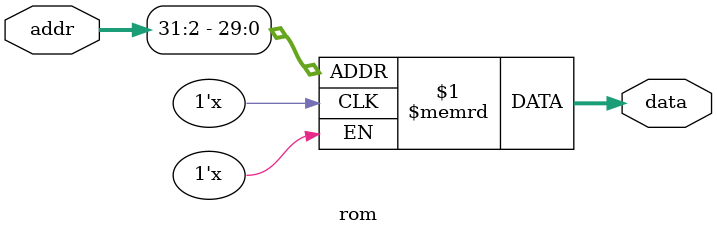
<source format=sv>
`timescale 1ns / 1ps

module rom (
    input  logic [31:0] addr,
    output logic [31:0] data
);
    logic [31:0] rom[0:32];
    initial begin
        // R,S,L,I타입 롬시나리오
        // //          _funcn7 _rs2  _rs1  _f3 _rd   _opcode;       R_Type
        // rom[0] = 32'b0000000_00001_00010_000_00100_0110011;  //   add x4, x2, x1
        // rom[1] = 32'b0100000_00001_00010_000_00101_0110011;  //   sub x4, x2, x1
        // //          _imm7   _rs2  _rs1  _f3 _imm5   _opcode;     S_Type
        // rom[2] = 32'b0000000_00010_00000_010_01000_0100011; //   sw  x2, 8(ram0);
        // //          _imm7   _imm5 _rs1  _f3 _rd   _opcode;       L_Type
        // rom[3] = 32'b0000000_01000_00000_010_00110_0000011; //   lw  x2, 8(ram0);
        // //          _imm    _shamt_rs1  _f3 _rd   _opcode;       I_Type
        // rom[4] = 32'b1111111_01000_00010_000_00111_0010011; //   
        // rom[5] = 32'b0000000_00001_10110_001_01000_0010011; //   SLLI rs1 << shamt;
        // rom[6] = 32'b0000000_00001_10110_101_01000_0010011; //   SRLI rs1 >> shamt;
        // rom[7] = 32'b0100000_00001_00101_101_01001_0010011; //   SRAI rs1 >>> shamt;
        // rom[8] = 32'b0100000_00001_00111_101_01001_0010011; //   SRAI rs1 >>> shamt;

        // // B타입 롬시나리오: 조건식 검증 alu 출력을 확인   
        // //          _imm7   _rs2  _rs1  _f3 _imm5 _opcode;       B_Type
        // rom[0] = 32'b0000000_00001_00001_000_00010_1100011; //   BEQ rs1 == shamt; 1
        // rom[1] = 32'b0000000_00010_00001_000_00010_1100011; //   BEQ rs1 == shamt; 0

        // rom[2] = 32'b0000000_00001_00001_001_00010_1100011; //   BNE rs1 != shamt; 0
        // rom[3] = 32'b0000000_00010_00001_001_00010_1100011; //   BNE rs1 != shamt; 1

        // rom[4] = 32'b0000000_00001_00001_100_00010_1100011; //   BLT rs1 < shamt; 0
        // rom[5] = 32'b0000000_00010_00001_100_00010_1100011; //   BLT rs1 < shamt; 1
        // rom[6] = 32'b0000000_00001_00010_100_00010_1100011; //   BLT rs1 < shamt; 0

        // rom[7] = 32'b0000000_00001_00001_101_00010_1100011; //   BGE rs1 >= shamt; 1
        // rom[8] = 32'b0000000_00010_00001_101_00010_1100011; //   BGE rs1 >= shamt; 0
        // rom[9] = 32'b0000000_00001_00010_101_00010_1100011; //   BGE rs1 >= shamt; 1

        // rom[10] = 32'b0000000_00001_00001_110_00010_1100011; //  BLTU rs1 < shamt; (U)
        // rom[11] = 32'b0000000_00010_00001_110_00010_1100011; //  BLTU rs1 < shamt; (U)
        // rom[12] = 32'b0000000_00001_00010_110_00010_1100011; //  BLTU rs1 < shamt; (U)

        // rom[13] = 32'b0000000_00001_00001_111_00010_1100011; //  BGEU rs1 >= shamt; (U)
        // rom[14] = 32'b0000000_00010_00001_111_00010_1100011; //  BGEU rs1 >= shamt; (U)
        // rom[15] = 32'b0000000_00001_00010_111_00010_1100011; //  BGEU rs1 >= shamt; (U)

        // //B타입 롬시나리오: imm동작 검증1 romAddr 변화를 확인. 
        // //          _imm7   _rs2  _rs1  _f3 _imm5 _opcode;          B_Type
        // rom[0] = 32'b0000000_00001_00001_000_01000_1100011; //      BEQ rs1 == shamt; 1
        // rom[1] = 32'b0000000_00001_00001_000_00100_1100011; //      BEQ rs1 == shamt; 1 무시되는 롬 데이터
        // rom[2] = 32'b0000000_00010_00001_000_00100_1100011; //      BEQ rs1 == shamt; 0
        // rom[3] = 32'b0000000_00010_00001_000_00100_1100011; //      BEQ rs1 == shamt; 0 롬데이터 4비트(단위길이1)이동
        // rom[4] = 32'b0000000_00001_00001_000_00100_1100011; //      BEQ rs1 == shamt; 1 그냥 TRUE을 위해 넣은 라인

        // // // B타입 롬시나리오
        // //rom[x]=32'b fucn7 _ rs2 _ rs1 _f3 _ rd  _opcode; // R-Type
        // rom[0] = 32'b0000000_00001_00010_000_00100_0110011; // add x4, x2, x1
        // rom[1] = 32'b0100000_00001_00010_000_00101_0110011; // sub x5, x2, x1
        // //rom[x]=32'b imm7  _ rs2 _ rs1 _f3 _ imm5_ opcode; // B-Type
        // rom[2] = 32'b0000000_00010_00010_000_01100_1100011; // beq x2, x2, 12 //2는 PC의 주소
        // //rom[x]=32'b imm7  _ rs2 _ rs1 _f3 _ imm5_ opcode; // S-Type
        // rom[3] = 32'b0000000_00010_00000_010_01000_0100011; // sw x2, 8(x0); pass
        // //rom[x]=32'b imm12      _ rs1 _f3 _ rd  _ opcode; // L-Type
        // rom[4] = 32'b000000001000_00000_010_00011_0000011; // lw x3, 8(x0); pass
        // //rom[x]=32'b imm12      _ rs1 _f3 _ rd  _ opcode; // I-Type
        // rom[5] = 32'b000000000001_00000_000_00001_0010011; // addi x1, x0, 1;
        // rom[6] = 32'b000000000010_00001_001_00110_0010011; // slli x6, x1, 2;

        // // // B타입 롬시나리오
        // //           imm20               _rd   _opcode; // R-Type
        // rom[0] = 32'b00000000000000000001_00001_0110111;  // 0
        // rom[1] = 32'b00000000000000000001_00010_0010111;  // 4

        // // // R타입 롬시나리오
        // //          _funcn7 _rs2  _rs1  _f3 _rd   _opcode;       R_Type
        // rom[0]  = 32'b0100000_00001_00010_000_00001_0110011;  //   save 1
        // rom[1]  = 32'b0000000_00001_00010_000_00010_0110011;  //   ADD  x31, x2, x1
        // rom[2]  = 32'b0100000_00001_00001_000_00010_0110011;  //   SUB  x30, x2, x1
        // rom[3]  = 32'b0000000_00001_00001_001_00010_0110011;  //   SLL  x29, x2, x1
        // rom[4]  = 32'b0000000_00001_00001_101_00010_0110011;  //   SRL  x28, x2, x1
        // rom[5]  = 32'b0100000_00001_00001_101_00010_0110011;  //   SRA  x27, x2, x1
        // rom[6]  = 32'b0000000_00001_00010_010_00010_0110011;  //   SLT  x26, x2, x1
        // rom[7]  = 32'b0000000_00001_00010_011_00010_0110011;  //   SLTU x25, x2, x1
        // rom[8]  = 32'b0000000_00001_00000_100_00010_0110011;  //   XOR  x24, x2, x1
        // rom[9]  = 32'b0000000_00001_00010_110_00010_0110011;  //   OR   x23, x2, x1
        // rom[10] = 32'b0000000_00001_00010_111_00010_0110011;  //   AND  x22, x2, x1

        // // // J타입 롬시나리오
        // //          _imm      842           _rd   _opcode;       J_Type
        // rom[0] = 32'b0_0000000100_0_00000000_00011_1101111;  //   
        // // //       _funcn7 _rs2  _rs1  _f3 _rd   _opcode;       R_Type
        // rom[1] = 32'b0000000_00001_00010_000_00010_0110011;  //     처음엔 무시 이후에 동작
        // //          _imm         _rs1  _000 _rd   _opcode;       JL_Type
        // rom[2] = 32'b000000000100_00000_000_00100_1100111; //       rom2로 이동
        // // //       _funcn7 _rs2  _rs1  _f3 _rd   _opcode;       R_Type
        // rom[4] = 32'b0000000_01101_00010_000_00100_0110011;  //   무시됨


    end
    assign data = rom[addr[31:2]];//0 4 8 16을 0,1,2,3으로 바꿔주기 위해 2비트 시프트
endmodule

</source>
